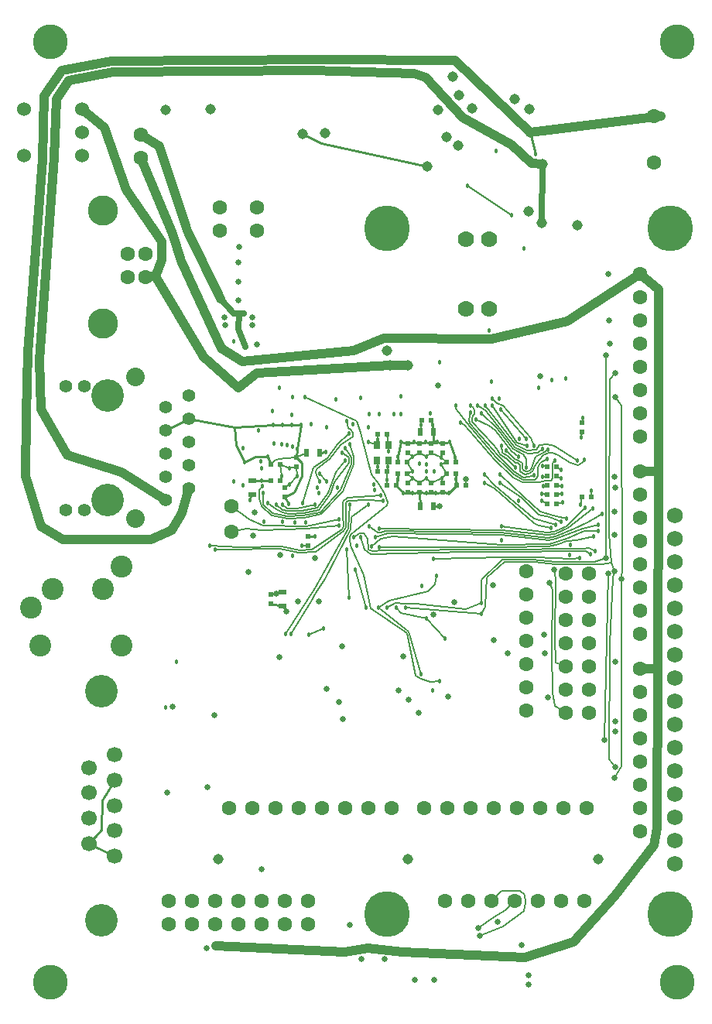
<source format=gbl>
G04 (created by PCBNEW-RS274X (2010-03-14)-final) date Wed 26 Oct 2011 11:50:53 AM EDT*
G01*
G70*
G90*
%MOIN*%
G04 Gerber Fmt 3.4, Leading zero omitted, Abs format*
%FSLAX34Y34*%
G04 APERTURE LIST*
%ADD10C,0.001000*%
%ADD11R,0.023600X0.019700*%
%ADD12R,0.019700X0.023600*%
%ADD13R,0.035400X0.023600*%
%ADD14R,0.023600X0.035400*%
%ADD15C,0.150000*%
%ADD16C,0.063000*%
%ADD17R,0.031500X0.035400*%
%ADD18C,0.129900*%
%ADD19C,0.060000*%
%ADD20C,0.094500*%
%ADD21C,0.140000*%
%ADD22C,0.066900*%
%ADD23C,0.068900*%
%ADD24C,0.196900*%
%ADD25C,0.080000*%
%ADD26C,0.055000*%
%ADD27C,0.070000*%
%ADD28C,0.018000*%
%ADD29C,0.025000*%
%ADD30C,0.045000*%
%ADD31C,0.005000*%
%ADD32C,0.010000*%
%ADD33C,0.008000*%
%ADD34C,0.040000*%
%ADD35C,0.025000*%
G04 APERTURE END LIST*
G54D10*
G54D11*
X00500Y-15303D03*
X00500Y-15697D03*
X02100Y-13197D03*
X02100Y-12803D03*
X06900Y-09197D03*
X06900Y-08803D03*
G54D12*
X06347Y-09600D03*
X05953Y-09600D03*
X07003Y-07800D03*
X07397Y-07800D03*
G54D11*
X01600Y-09797D03*
X01600Y-09403D03*
X01100Y-10703D03*
X01100Y-11097D03*
G54D12*
X00897Y-09700D03*
X00503Y-09700D03*
X12797Y-09800D03*
X12403Y-09800D03*
X12403Y-11000D03*
X12797Y-11000D03*
X13903Y-11100D03*
X14297Y-11100D03*
X12797Y-11400D03*
X12403Y-11400D03*
G54D11*
X13900Y-08297D03*
X13900Y-07903D03*
G54D12*
X12797Y-10600D03*
X12403Y-10600D03*
X05497Y-10000D03*
X05103Y-10000D03*
X05497Y-08400D03*
X05103Y-08400D03*
X00897Y-10400D03*
X00503Y-10400D03*
G54D11*
X07400Y-09197D03*
X07400Y-08803D03*
X07900Y-09197D03*
X07900Y-08803D03*
X06400Y-09197D03*
X06400Y-08803D03*
X07900Y-10503D03*
X07900Y-10897D03*
G54D12*
X08897Y-10600D03*
X08503Y-10600D03*
X05503Y-10600D03*
X05897Y-10600D03*
G54D11*
X07400Y-10503D03*
X07400Y-10897D03*
X06900Y-10503D03*
X06900Y-10897D03*
X06400Y-10503D03*
X06400Y-10897D03*
G54D12*
X08053Y-10100D03*
X08447Y-10100D03*
X06347Y-10100D03*
X05953Y-10100D03*
X12403Y-10200D03*
X12797Y-10200D03*
X08053Y-09600D03*
X08447Y-09600D03*
G54D13*
X01000Y-15795D03*
X01000Y-15205D03*
G54D14*
X07495Y-08300D03*
X06905Y-08300D03*
X02005Y-09200D03*
X02595Y-09200D03*
G54D13*
X-00300Y-10405D03*
X-00300Y-10995D03*
G54D14*
X06905Y-11500D03*
X07495Y-11500D03*
G54D15*
X18000Y-32000D03*
X-09000Y08500D03*
X18000Y08500D03*
X-09000Y-32000D03*
G54D16*
X-05100Y03500D03*
X-05100Y04500D03*
X-01699Y01364D03*
X-01699Y00364D03*
X-00099Y01364D03*
X-00099Y00364D03*
X11500Y-14300D03*
X11500Y-15300D03*
X11500Y-16300D03*
X11500Y-17300D03*
X11500Y-18300D03*
X11500Y-19300D03*
X11500Y-20300D03*
X14200Y-20400D03*
X13200Y-20400D03*
X14200Y-19400D03*
X13200Y-19400D03*
X14200Y-18400D03*
X13200Y-18400D03*
X14200Y-17400D03*
X13200Y-17400D03*
X14200Y-16400D03*
X13200Y-16400D03*
X14200Y-15400D03*
X13200Y-15400D03*
X14200Y-14400D03*
X13200Y-14400D03*
X16400Y-01500D03*
X16400Y-02500D03*
X16400Y-04500D03*
X16400Y-05500D03*
X16400Y-06500D03*
X16400Y-07500D03*
X16400Y-08500D03*
X16400Y-03500D03*
X16400Y-10000D03*
X16400Y-11000D03*
X16400Y-13000D03*
X16400Y-14000D03*
X16400Y-15000D03*
X16400Y-16000D03*
X16400Y-17000D03*
X16400Y-12000D03*
X16400Y-18500D03*
X16400Y-19500D03*
X16400Y-21500D03*
X16400Y-22500D03*
X16400Y-23500D03*
X16400Y-24500D03*
X16400Y-25500D03*
X16400Y-20500D03*
G54D17*
X05054Y-09525D03*
X05054Y-08875D03*
X05546Y-08875D03*
X05546Y-09525D03*
G54D18*
X-06760Y01241D03*
X-06760Y-03641D03*
G54D16*
X-05693Y-00637D03*
X-04906Y-00637D03*
X-04906Y-01621D03*
X-05693Y-01621D03*
G54D19*
X-07650Y03600D03*
X-07650Y04600D03*
X-07650Y05600D03*
X-10150Y05600D03*
X-10150Y03600D03*
G54D20*
X-09849Y-15859D03*
X-08904Y-15072D03*
X-06739Y-15072D03*
X-05951Y-14107D03*
X-05951Y-17493D03*
X-09455Y-17493D03*
G54D16*
X03690Y-24510D03*
X04690Y-24510D03*
X05690Y-24510D03*
X02690Y-24510D03*
X01690Y-24510D03*
X00690Y-24510D03*
X-00310Y-24510D03*
X-01310Y-24510D03*
X14083Y-24496D03*
X13083Y-24496D03*
X12083Y-24496D03*
X11083Y-24496D03*
X10083Y-24496D03*
X09083Y-24496D03*
X08083Y-24496D03*
X07083Y-24496D03*
G54D21*
X-06800Y-19480D03*
G54D22*
X-06241Y-22206D03*
X-06241Y-23297D03*
X-06241Y-24387D03*
X-06241Y-25478D03*
X-06241Y-26569D03*
X-07359Y-22752D03*
X-07359Y-23842D03*
X-07359Y-24933D03*
X-07359Y-26023D03*
G54D21*
X-06800Y-29319D03*
G54D23*
X17900Y-26898D03*
X17900Y-25898D03*
X17900Y-24898D03*
X17900Y-23898D03*
X17900Y-22898D03*
X17900Y-21898D03*
X17900Y-20898D03*
X17900Y-19898D03*
X17900Y-18898D03*
X17900Y-17898D03*
X17900Y-16898D03*
X17900Y-15898D03*
X17900Y-14898D03*
X17900Y-13898D03*
X17900Y-12898D03*
X17900Y-11898D03*
G54D24*
X17703Y-29063D03*
X05498Y-29063D03*
X05498Y00464D03*
X17703Y00464D03*
G54D16*
X02100Y-28500D03*
X02100Y-29500D03*
X01100Y-28500D03*
X01100Y-29500D03*
X00100Y-28500D03*
X00100Y-29500D03*
X-00900Y-28500D03*
X-00900Y-29500D03*
X-01900Y-28500D03*
X-01900Y-29500D03*
X-02900Y-28500D03*
X-02900Y-29500D03*
X-03900Y-28500D03*
X-03900Y-29500D03*
X08000Y-28500D03*
X09000Y-28500D03*
X10000Y-28500D03*
X11000Y-28500D03*
X12000Y-28500D03*
X13000Y-28500D03*
X14000Y-28500D03*
G54D21*
X-06550Y-06750D03*
X-06550Y-11250D03*
G54D25*
X-05350Y-05950D03*
X-05350Y-12050D03*
G54D26*
X-07550Y-06330D03*
X-08350Y-06330D03*
X-07550Y-11670D03*
X-08350Y-11670D03*
X-03050Y-06750D03*
X-04050Y-07250D03*
X-03050Y-07750D03*
X-04050Y-08250D03*
X-03050Y-08750D03*
X-04050Y-09250D03*
X-03050Y-09750D03*
X-04050Y-10250D03*
X-03050Y-10750D03*
X-04050Y-11250D03*
G54D27*
X08900Y-03000D03*
X09900Y-03000D03*
X09900Y00000D03*
X08900Y00000D03*
G54D16*
X17000Y05300D03*
X17000Y03300D03*
X-01200Y-11500D03*
X-01200Y-12600D03*
G54D28*
X03859Y-08377D03*
X01854Y-11374D03*
X14014Y-11576D03*
X10421Y-12362D03*
X04107Y-14237D03*
X04573Y-15863D03*
X00101Y-10385D03*
X01251Y-11401D03*
X00367Y-09353D03*
X01615Y-09038D03*
X-00662Y-09598D03*
X00601Y-07989D03*
X00998Y-07986D03*
X01395Y-07986D03*
X01799Y-07986D03*
X04969Y-10816D03*
X02539Y-10943D03*
G54D29*
X15297Y-23200D03*
X15603Y-14641D03*
X15320Y-06792D03*
G54D28*
X13784Y-13740D03*
X07999Y-17215D03*
X05901Y-15859D03*
X07503Y-13755D03*
X07177Y-16324D03*
G54D29*
X15309Y-05761D03*
X15301Y-14316D03*
X15305Y-22738D03*
G54D28*
X09563Y-16121D03*
X06302Y-15863D03*
X04731Y-12368D03*
X14739Y-11844D03*
X05160Y-12475D03*
X14368Y-11601D03*
X03857Y-15435D03*
X03740Y-13351D03*
X04997Y-12836D03*
X14574Y-12301D03*
X02754Y-16764D03*
X02132Y-17025D03*
X04067Y-12823D03*
X14459Y-13424D03*
X05169Y-13251D03*
X14383Y-12787D03*
X04833Y-13240D03*
X14589Y-12561D03*
X04367Y-12837D03*
X14244Y-13571D03*
X04693Y-11418D03*
X01353Y-17011D03*
X03883Y-11425D03*
X01119Y-16989D03*
X02476Y-10696D03*
X04910Y-10552D03*
X03757Y-07821D03*
X02595Y-10439D03*
X05231Y-11040D03*
X-02163Y-13200D03*
X00112Y-10638D03*
X03902Y-08837D03*
X00998Y-11428D03*
X02372Y-11420D03*
X03676Y-09546D03*
X00734Y-11447D03*
X03549Y-09199D03*
X00348Y-11383D03*
X00150Y-10936D03*
X03690Y-08994D03*
X12187Y-09020D03*
X09390Y-07153D03*
X09544Y-15652D03*
G54D29*
X14922Y-05004D03*
X14912Y-13729D03*
X15010Y-14409D03*
X14840Y-21580D03*
G54D28*
X05501Y-15868D03*
X11158Y-09369D03*
X09309Y-07757D03*
X05104Y-15854D03*
X07615Y-14498D03*
X06956Y-18737D03*
X09084Y-07468D03*
X11813Y-10162D03*
X11035Y-09829D03*
X09090Y-07165D03*
G54D29*
X12674Y-14225D03*
G54D28*
X05330Y-11278D03*
X-01927Y-13379D03*
X02587Y-10085D03*
X02878Y-10435D03*
G54D29*
X12472Y-14791D03*
G54D28*
X11882Y03663D03*
G54D30*
X11648Y04597D03*
X12139Y00713D03*
X12198Y03226D03*
G54D29*
X-00907Y-06384D03*
G54D30*
X06396Y-05431D03*
X05614Y-05422D03*
G54D28*
X-00698Y-08993D03*
G54D29*
X-00309Y-03381D03*
X-00307Y-03688D03*
X-01492Y-03688D03*
X-01500Y-03378D03*
X-00899Y-02621D03*
X-00903Y-01844D03*
X-00899Y-01015D03*
X-00888Y-00336D03*
G54D28*
X-01097Y-04396D03*
G54D29*
X10098Y-17261D03*
X10691Y-17834D03*
G54D28*
X12597Y-06065D03*
X13198Y-06013D03*
X12035Y-06392D03*
G54D30*
X05501Y-04794D03*
G54D29*
X-02264Y-30549D03*
X05399Y-31016D03*
X04392Y-31013D03*
X06687Y-31888D03*
X11298Y-30397D03*
X10266Y-29399D03*
G54D30*
X-02102Y05592D03*
X-04044Y05582D03*
G54D28*
X07753Y-05296D03*
X09896Y-03927D03*
X09986Y-06120D03*
G54D30*
X06375Y-26692D03*
X14599Y-26688D03*
X-01795Y-26712D03*
G54D29*
X11583Y-31700D03*
X03891Y-29550D03*
G54D28*
X01299Y-09872D03*
X01622Y-10194D03*
X00946Y-10209D03*
X01295Y-10554D03*
X02841Y-09170D03*
X02877Y-08093D03*
X03303Y-06907D03*
X00868Y-06397D03*
G54D29*
X00721Y-15281D03*
X-00491Y-14328D03*
X00897Y-13604D03*
G54D28*
X01830Y-13195D03*
G54D29*
X07489Y-16159D03*
X02550Y-15603D03*
X02389Y-13744D03*
G54D28*
X01504Y-12197D03*
X04362Y-06820D03*
X06097Y-07539D03*
X07355Y-07494D03*
X06967Y-08015D03*
X05091Y-08619D03*
X05519Y-09788D03*
X05498Y-10364D03*
X07196Y-10307D03*
X06576Y-09995D03*
X06570Y-09357D03*
X07196Y-09372D03*
X07827Y-09385D03*
X06570Y-10307D03*
X07837Y-10314D03*
X07821Y-09688D03*
X06877Y-09679D03*
X07199Y-09998D03*
X07199Y-09998D03*
X07514Y-09995D03*
X07199Y-09685D03*
G54D29*
X07693Y-06297D03*
X12269Y-17039D03*
X00843Y-18003D03*
X03555Y-17528D03*
X06178Y-17956D03*
X03597Y-20667D03*
X06841Y-20401D03*
X05992Y-19419D03*
X-01960Y-20492D03*
X-03739Y-20142D03*
X-02240Y-23601D03*
X02888Y-19373D03*
G54D28*
X04189Y-13215D03*
X04687Y-08734D03*
X10404Y-12968D03*
X10336Y-06858D03*
X01397Y-07583D03*
X13821Y-11445D03*
X13054Y-11337D03*
X12159Y-10973D03*
X13008Y-10625D03*
X12173Y-10231D03*
X12971Y-09944D03*
X13862Y-08527D03*
X13359Y-13590D03*
G54D29*
X15030Y-01497D03*
X15305Y-10695D03*
X15296Y-12718D03*
X15305Y-18186D03*
X15324Y-21195D03*
X-00291Y-12766D03*
G54D28*
X00201Y-12175D03*
X-03586Y-18200D03*
X00556Y-07402D03*
X-00049Y-08250D03*
G54D29*
X15301Y-10249D03*
X08897Y-10345D03*
G54D28*
X-00397Y-11222D03*
X-00716Y-10603D03*
G54D29*
X15079Y-04499D03*
X08113Y-19699D03*
X-03995Y-23838D03*
G54D28*
X04031Y-07951D03*
G54D29*
X07765Y-11498D03*
X-00100Y-04527D03*
G54D30*
X08540Y04021D03*
X10989Y06038D03*
X11615Y05592D03*
X08040Y04408D03*
X13699Y00604D03*
G54D28*
X11401Y-00390D03*
X10199Y03801D03*
G54D30*
X02819Y04567D03*
X11600Y01198D03*
G54D28*
X03407Y-12322D03*
X11498Y-09843D03*
X09568Y-07504D03*
X09698Y-10490D03*
X12563Y-12421D03*
X10366Y-10485D03*
X12973Y-12183D03*
X05071Y-09790D03*
X09672Y-10147D03*
X12768Y-12296D03*
X10369Y-10148D03*
X13215Y-12038D03*
X05549Y-09121D03*
X01968Y-06794D03*
X07739Y-19041D03*
X-00903Y-03882D03*
X-01113Y-03187D03*
X-00693Y-03187D03*
X-00609Y-04641D03*
X09711Y-07153D03*
X13702Y-09532D03*
X10428Y-08906D03*
X13997Y-09507D03*
X11821Y-08904D03*
X10031Y-06855D03*
X11509Y-08911D03*
X10033Y-07166D03*
X11503Y-08594D03*
X10395Y-07320D03*
X12727Y-09535D03*
X08643Y-07911D03*
X12420Y-09053D03*
X10616Y-09103D03*
X12376Y-09466D03*
X08454Y-07156D03*
X01186Y-08868D03*
X03407Y-12059D03*
X00062Y-09551D03*
X00611Y-08805D03*
G54D29*
X09481Y-30011D03*
G54D28*
X00958Y-08836D03*
X01408Y-08937D03*
G54D29*
X09431Y-29658D03*
G54D28*
X00090Y-09880D03*
X10847Y01023D03*
X08968Y02296D03*
G54D30*
X07228Y03127D03*
X01853Y04547D03*
X08317Y06990D03*
X09164Y05618D03*
X08596Y06202D03*
X07703Y05556D03*
G54D28*
X06650Y-08717D03*
X07153Y-08719D03*
X07656Y-08723D03*
X08184Y-08724D03*
X06099Y-08720D03*
X08436Y-09385D03*
X05949Y-09371D03*
X07438Y-08009D03*
X-01101Y-10431D03*
X11194Y-08609D03*
X12159Y-11257D03*
X12205Y-10622D03*
X12192Y-09779D03*
X13035Y-10961D03*
X13003Y-10292D03*
X11166Y-11258D03*
X06195Y-10942D03*
X06601Y-10939D03*
X07192Y-10928D03*
X07596Y-10945D03*
X08150Y-10928D03*
X05948Y-10320D03*
X08450Y-10323D03*
X03361Y-10690D03*
X02003Y-12197D03*
X02378Y-12809D03*
G54D29*
X01168Y-16036D03*
X01652Y-15599D03*
G54D28*
X07003Y-14950D03*
G54D29*
X10064Y-14904D03*
X08390Y-15646D03*
X12292Y-17833D03*
X12409Y-19741D03*
G54D28*
X13371Y-13152D03*
X02208Y-07983D03*
X01429Y-06793D03*
G54D29*
X03413Y-19926D03*
X06404Y-19820D03*
G54D28*
X13904Y-07692D03*
X14299Y-10842D03*
X01003Y-12179D03*
X01412Y-13634D03*
X07461Y-19450D03*
X-04051Y-20158D03*
G54D29*
X15053Y-03499D03*
X15300Y-11719D03*
X15306Y-20776D03*
G54D28*
X04688Y-08114D03*
X04727Y-07545D03*
X05154Y-07546D03*
X05774Y-07546D03*
X06098Y-06771D03*
G54D29*
X-00202Y-11752D03*
X00099Y-27145D03*
X07519Y-31907D03*
X11580Y-32104D03*
X12087Y-05914D03*
X-01877Y-30432D03*
X06137Y-30694D03*
X03657Y-30703D03*
G54D31*
X01854Y-11374D02*
X02308Y-09841D01*
X02308Y-09841D02*
X02917Y-09422D01*
X02917Y-09422D02*
X03357Y-08829D01*
X03859Y-08377D02*
X03357Y-08829D01*
X14014Y-11576D02*
X13213Y-12369D01*
X13213Y-12369D02*
X12690Y-12592D01*
X12690Y-12592D02*
X12374Y-12634D01*
X12374Y-12634D02*
X10656Y-12402D01*
X10421Y-12362D02*
X10656Y-12402D01*
X04573Y-15863D02*
X04107Y-14237D01*
G54D32*
X00503Y-10400D02*
X00101Y-10385D01*
X-00300Y-10405D02*
X00101Y-10385D01*
X00367Y-09353D02*
X00503Y-09700D01*
X01600Y-09403D02*
X01615Y-09038D01*
X01100Y-11097D02*
X01251Y-11401D01*
G54D33*
X01600Y-09403D02*
X02005Y-09200D01*
X00503Y-09700D02*
X00564Y-09700D01*
X00503Y-09700D02*
X00678Y-09507D01*
X00678Y-09507D02*
X01093Y-09434D01*
X01093Y-09434D02*
X01600Y-09403D01*
G54D32*
X01615Y-09038D02*
X01799Y-07986D01*
X01799Y-07986D02*
X01395Y-07986D01*
X01395Y-07986D02*
X00998Y-07986D01*
X00998Y-07986D02*
X00601Y-07989D01*
X00367Y-09353D02*
X-00181Y-09358D01*
X-00181Y-09358D02*
X-00662Y-09598D01*
X-00662Y-09598D02*
X-01016Y-08858D01*
X-01016Y-08858D02*
X-01074Y-08086D01*
X-01074Y-08086D02*
X-03050Y-07750D01*
X-04050Y-08250D02*
X-03050Y-07750D01*
X-01074Y-08086D02*
X00601Y-07989D01*
X01100Y-11097D02*
X01479Y-10885D01*
X01479Y-10885D02*
X01828Y-10211D01*
X01828Y-10211D02*
X01836Y-09628D01*
X01836Y-09628D02*
X01600Y-09403D01*
G54D33*
X15297Y-23200D02*
X15590Y-22696D01*
X15603Y-14641D02*
X15580Y-15087D01*
X15580Y-15087D02*
X15590Y-22696D01*
X15603Y-14641D02*
X15607Y-14168D01*
X15607Y-14168D02*
X15590Y-07157D01*
X15320Y-06792D02*
X15590Y-07157D01*
G54D31*
X07503Y-13755D02*
X10507Y-13685D01*
X10507Y-13685D02*
X11884Y-13686D01*
X11884Y-13686D02*
X13465Y-13763D01*
X13784Y-13740D02*
X13465Y-13763D01*
X07177Y-16324D02*
X07999Y-17215D01*
X07177Y-16324D02*
X06100Y-16103D01*
X05901Y-15859D02*
X06100Y-16103D01*
G54D33*
X15305Y-22738D02*
X15054Y-22414D01*
X15054Y-22414D02*
X15096Y-17429D01*
X15301Y-14316D02*
X15214Y-14554D01*
X15301Y-14316D02*
X15144Y-13944D01*
X15144Y-13944D02*
X15058Y-12707D01*
X15091Y-06021D02*
X15309Y-05761D01*
G54D31*
X09563Y-16121D02*
X09735Y-15839D01*
X09735Y-15839D02*
X09795Y-14551D01*
X09795Y-14551D02*
X10569Y-13893D01*
X10569Y-13893D02*
X11824Y-13911D01*
X12744Y-14001D02*
X14752Y-14013D01*
X14752Y-14013D02*
X15144Y-13944D01*
G54D33*
X15096Y-17429D02*
X15214Y-14554D01*
X15058Y-12707D02*
X15091Y-06021D01*
G54D31*
X06302Y-15863D02*
X09563Y-16121D01*
X11824Y-13911D02*
X12744Y-14001D01*
X04731Y-12368D02*
X05071Y-12640D01*
X05071Y-12640D02*
X05234Y-12649D01*
X05234Y-12649D02*
X05436Y-12579D01*
X05436Y-12579D02*
X10392Y-12632D01*
X12435Y-12855D02*
X10392Y-12632D01*
X12435Y-12855D02*
X12743Y-12805D01*
X14115Y-12189D02*
X14739Y-11844D01*
X12743Y-12805D02*
X13548Y-12479D01*
X13548Y-12479D02*
X14115Y-12189D01*
X05160Y-12475D02*
X10408Y-12532D01*
X10408Y-12532D02*
X12402Y-12749D01*
X12402Y-12749D02*
X12718Y-12707D01*
X13301Y-12445D02*
X14368Y-11601D01*
X12718Y-12707D02*
X13301Y-12445D01*
X03740Y-13351D02*
X03857Y-15435D01*
X04997Y-12836D02*
X05522Y-12682D01*
X05522Y-12682D02*
X10417Y-12736D01*
X10417Y-12736D02*
X12452Y-12959D01*
X12452Y-12959D02*
X12760Y-12914D01*
X13911Y-12465D02*
X14574Y-12301D01*
X12760Y-12914D02*
X13911Y-12465D01*
X02754Y-16764D02*
X02132Y-17025D01*
X04067Y-12823D02*
X04312Y-12663D01*
X04475Y-12660D02*
X04642Y-12891D01*
X04642Y-12891D02*
X04675Y-13359D01*
X04675Y-13359D02*
X04838Y-13441D01*
X04838Y-13441D02*
X05298Y-13409D01*
X05298Y-13409D02*
X10178Y-13364D01*
X10178Y-13364D02*
X10960Y-13365D01*
X10960Y-13365D02*
X13319Y-13319D01*
X13319Y-13319D02*
X13920Y-13326D01*
X13920Y-13326D02*
X14195Y-13294D01*
X14459Y-13424D02*
X14195Y-13294D01*
X04312Y-12663D02*
X04475Y-12660D01*
X05169Y-13251D02*
X10557Y-13264D01*
X10557Y-13264D02*
X12446Y-13234D01*
X12446Y-13234D02*
X12897Y-13122D01*
X13222Y-13001D02*
X12897Y-13122D01*
X13668Y-12953D02*
X14383Y-12787D01*
X13222Y-13001D02*
X13668Y-12953D01*
X04833Y-13240D02*
X05230Y-12906D01*
X05230Y-12906D02*
X05748Y-12786D01*
X05748Y-12786D02*
X10415Y-13162D01*
X12477Y-13119D02*
X10415Y-13162D01*
X14589Y-12561D02*
X13997Y-12561D01*
X13231Y-12892D02*
X12477Y-13119D01*
X13231Y-12892D02*
X13997Y-12561D01*
X04367Y-12837D02*
X04514Y-13369D01*
X04514Y-13369D02*
X04776Y-13554D01*
X04776Y-13554D02*
X08854Y-13477D01*
X08854Y-13477D02*
X10963Y-13466D01*
X10963Y-13466D02*
X13340Y-13424D01*
X13340Y-13424D02*
X14041Y-13432D01*
X14041Y-13432D02*
X14244Y-13571D01*
X04693Y-11418D02*
X03945Y-11966D01*
X03945Y-11966D02*
X03908Y-12499D01*
X03908Y-12499D02*
X02835Y-14650D01*
X02835Y-14650D02*
X02419Y-15227D01*
X02419Y-15227D02*
X02226Y-15586D01*
X01353Y-17011D02*
X02226Y-15586D01*
X03883Y-11425D02*
X03808Y-12466D01*
X03808Y-12466D02*
X02401Y-15047D01*
X01119Y-16989D02*
X02401Y-15047D01*
X02595Y-10439D02*
X02437Y-10172D01*
X02437Y-10172D02*
X02409Y-10043D01*
X02409Y-10043D02*
X02457Y-09902D01*
X02457Y-09902D02*
X03026Y-09478D01*
X03026Y-09478D02*
X03494Y-08869D01*
X04009Y-08492D02*
X03494Y-08869D01*
X04035Y-08329D02*
X04009Y-08492D01*
X04035Y-08329D02*
X03930Y-08188D01*
X03830Y-08150D02*
X03757Y-07821D01*
X03930Y-08188D02*
X03830Y-08150D01*
X05231Y-11040D02*
X03776Y-11138D01*
X03776Y-11138D02*
X03585Y-11287D01*
X03585Y-11287D02*
X03588Y-11868D01*
X03588Y-11868D02*
X03610Y-12380D01*
X03610Y-12380D02*
X03539Y-12500D01*
X03539Y-12500D02*
X02262Y-13374D01*
X02262Y-13374D02*
X01736Y-13386D01*
X01736Y-13386D02*
X00937Y-13219D01*
X00937Y-13219D02*
X-00831Y-13256D01*
X-00831Y-13256D02*
X-02163Y-13200D01*
X-00029Y-10811D02*
X00112Y-10638D01*
X-00029Y-10811D02*
X-00027Y-11155D01*
X-00027Y-11155D02*
X00073Y-11499D01*
X00073Y-11499D02*
X00528Y-11903D01*
X00528Y-11903D02*
X01212Y-12030D01*
X01212Y-12030D02*
X01925Y-12003D01*
X01925Y-12003D02*
X02667Y-11849D01*
X02667Y-11849D02*
X03582Y-10863D01*
X03582Y-10863D02*
X04041Y-09712D01*
X04041Y-09712D02*
X04057Y-09369D01*
X04057Y-09369D02*
X03902Y-08837D01*
X00998Y-11428D02*
X01171Y-11594D01*
X01171Y-11594D02*
X01614Y-11603D01*
X01614Y-11603D02*
X02372Y-11420D01*
X00734Y-11447D02*
X00993Y-11653D01*
X00993Y-11653D02*
X01210Y-11711D01*
X01210Y-11711D02*
X01836Y-11700D01*
X01836Y-11700D02*
X02496Y-11564D01*
X02496Y-11564D02*
X02942Y-10939D01*
X02942Y-10939D02*
X03297Y-10043D01*
X03297Y-10043D02*
X03676Y-09546D01*
X00348Y-11383D02*
X00711Y-11649D01*
X00711Y-11649D02*
X01003Y-11781D01*
X01003Y-11781D02*
X01255Y-11822D01*
X01255Y-11822D02*
X01878Y-11799D01*
X01878Y-11799D02*
X02569Y-11652D01*
X02569Y-11652D02*
X03052Y-10957D01*
X03052Y-10957D02*
X03236Y-10471D01*
X03236Y-10471D02*
X03841Y-09628D01*
X03841Y-09628D02*
X03842Y-09405D01*
X03842Y-09405D02*
X03549Y-09199D01*
X03690Y-08994D02*
X03930Y-09337D01*
X03930Y-09337D02*
X03953Y-09441D01*
X03953Y-09441D02*
X03938Y-09698D01*
X03938Y-09698D02*
X03492Y-10811D01*
X03492Y-10811D02*
X02611Y-11758D01*
X02611Y-11758D02*
X01865Y-11905D01*
X01865Y-11905D02*
X01199Y-11925D01*
X01199Y-11925D02*
X00561Y-11798D01*
X00561Y-11798D02*
X00160Y-11437D01*
X00160Y-11437D02*
X00150Y-10936D01*
X09616Y-07289D02*
X09769Y-07393D01*
X09769Y-07393D02*
X11002Y-08970D01*
X11002Y-08970D02*
X11559Y-09233D01*
X12187Y-09020D02*
X11992Y-09187D01*
X09616Y-07289D02*
X09390Y-07153D01*
X11992Y-09187D02*
X11559Y-09233D01*
X09537Y-14653D02*
X09544Y-15652D01*
X09537Y-14653D02*
X10441Y-13792D01*
X14912Y-13729D02*
X14420Y-13908D01*
X14912Y-13729D02*
X14922Y-05004D01*
X15010Y-14409D02*
X14840Y-21580D01*
X09544Y-15652D02*
X08873Y-15938D01*
X08873Y-15938D02*
X06719Y-15687D01*
X06719Y-15687D02*
X06254Y-15687D01*
X06254Y-15687D02*
X05843Y-15683D01*
X10441Y-13792D02*
X11738Y-13787D01*
X12751Y-13901D02*
X11738Y-13787D01*
X14420Y-13908D02*
X12751Y-13901D01*
X05501Y-15868D02*
X05843Y-15683D01*
X09309Y-07757D02*
X09887Y-08023D01*
X09887Y-08023D02*
X10138Y-08226D01*
X10849Y-09118D02*
X11158Y-09369D01*
X10138Y-08226D02*
X10849Y-09118D01*
X05104Y-15854D02*
X05595Y-15566D01*
X05595Y-15566D02*
X07237Y-15173D01*
X07237Y-15173D02*
X07542Y-14883D01*
X07542Y-14883D02*
X07615Y-14498D01*
X06956Y-18737D02*
X06424Y-16908D01*
X06424Y-16908D02*
X05104Y-15854D01*
X09084Y-07468D02*
X09032Y-07760D01*
X09032Y-07760D02*
X09069Y-07945D01*
X09069Y-07945D02*
X10285Y-09349D01*
X11365Y-10257D02*
X10958Y-09985D01*
X11365Y-10257D02*
X11601Y-10237D01*
X11601Y-10237D02*
X11813Y-10162D01*
X10285Y-09349D02*
X10958Y-09985D01*
X11035Y-09829D02*
X10667Y-09476D01*
X09158Y-07878D02*
X09139Y-07731D01*
X09139Y-07731D02*
X09199Y-07599D01*
X09199Y-07599D02*
X09255Y-07549D01*
X09255Y-07549D02*
X09265Y-07391D01*
X09265Y-07391D02*
X09215Y-07276D01*
X09215Y-07276D02*
X09090Y-07165D01*
X10062Y-08846D02*
X09158Y-07878D01*
X10206Y-09033D02*
X10062Y-08846D01*
X10667Y-09476D02*
X10357Y-09278D01*
X10357Y-09278D02*
X10206Y-09033D01*
G54D33*
X12674Y-14225D02*
X12745Y-14636D01*
X12745Y-14636D02*
X12719Y-17167D01*
X12719Y-17167D02*
X12759Y-18226D01*
X12759Y-18226D02*
X13200Y-18400D01*
G54D31*
X05330Y-11278D02*
X04586Y-11247D01*
X04586Y-11247D02*
X03829Y-11260D01*
X03829Y-11260D02*
X03706Y-11348D01*
X03706Y-11348D02*
X03712Y-12405D01*
X03712Y-12405D02*
X03617Y-12582D01*
X02420Y-13471D02*
X03617Y-12582D01*
X02420Y-13471D02*
X01684Y-13493D01*
X01684Y-13493D02*
X00885Y-13321D01*
X00885Y-13321D02*
X-01558Y-13372D01*
X-01558Y-13372D02*
X-01927Y-13379D01*
X02878Y-10435D02*
X02587Y-10085D01*
G54D33*
X12472Y-14791D02*
X12610Y-15104D01*
X12610Y-15104D02*
X12581Y-17729D01*
X12581Y-17729D02*
X12621Y-19538D01*
X12621Y-19538D02*
X12725Y-20106D01*
X12725Y-20106D02*
X13200Y-20400D01*
G54D34*
X-03050Y-10750D02*
X-03348Y-11803D01*
X-03348Y-11803D02*
X-03796Y-12548D01*
X-04677Y-12946D02*
X-03796Y-12548D01*
X-04677Y-12946D02*
X-08483Y-12934D01*
X-08483Y-12934D02*
X-09429Y-12366D01*
X-09429Y-12366D02*
X-10094Y-10196D01*
X-10094Y-10196D02*
X-10042Y-07583D01*
X-10042Y-07583D02*
X-09977Y-04866D01*
X-09977Y-04866D02*
X-09362Y03441D01*
X-09362Y03441D02*
X-09277Y06174D01*
X-09277Y06174D02*
X-08515Y07272D01*
X-08515Y07272D02*
X-06382Y07674D01*
X-06382Y07674D02*
X02507Y07748D01*
X02507Y07748D02*
X08433Y07703D01*
X11648Y04597D02*
X08433Y07703D01*
X11648Y04597D02*
X17300Y05300D01*
G54D32*
X11882Y03663D02*
X11648Y04597D01*
G54D34*
X-04050Y-11250D02*
X-05934Y-10021D01*
X-08294Y-09286D02*
X-05934Y-10021D01*
X-08294Y-09286D02*
X-09417Y-07350D01*
X-09417Y-07350D02*
X-09469Y-05189D01*
X-09469Y-05189D02*
X-08856Y03518D01*
X-08856Y03518D02*
X-08762Y06017D01*
X-08762Y06017D02*
X-08201Y06835D01*
X-08201Y06835D02*
X-06321Y07192D01*
X-06321Y07192D02*
X02301Y07268D01*
G54D35*
X12139Y00713D02*
X12198Y03226D01*
G54D34*
X02301Y07268D02*
X06649Y07126D01*
X12198Y03226D02*
X11723Y03280D01*
X11723Y03280D02*
X10864Y04080D01*
X10864Y04080D02*
X08738Y05232D01*
X08738Y05232D02*
X07141Y06964D01*
X07141Y06964D02*
X06649Y07126D01*
X-07650Y05600D02*
X-06679Y04813D01*
X-06679Y04813D02*
X-05761Y02121D01*
X-05761Y02121D02*
X-04226Y-00102D01*
X-04226Y-00102D02*
X-04226Y-00909D01*
X-04226Y-00909D02*
X-04470Y-01606D01*
X-04470Y-01606D02*
X-04906Y-01621D01*
X-04470Y-01606D02*
X-02401Y-05081D01*
X-02401Y-05081D02*
X-00907Y-06384D01*
X-00907Y-06384D02*
X-00105Y-05767D01*
X05614Y-05422D02*
X06396Y-05431D01*
X-00105Y-05767D02*
X05614Y-05422D01*
G54D33*
X00897Y-10400D02*
X00946Y-10209D01*
X00946Y-10209D02*
X00897Y-09700D01*
X01299Y-09872D02*
X00897Y-09700D01*
X01299Y-09872D02*
X01600Y-09797D01*
X01622Y-10194D02*
X01600Y-09797D01*
X01295Y-10554D02*
X01622Y-10194D01*
X01100Y-10703D02*
X01295Y-10554D01*
G54D32*
X02595Y-09200D02*
X02841Y-09170D01*
G54D31*
X01000Y-15205D02*
X00721Y-15281D01*
X00500Y-15303D02*
X00721Y-15281D01*
X01830Y-13195D02*
X02100Y-13197D01*
G54D33*
X06905Y-08300D02*
X06967Y-08015D01*
X07003Y-07800D02*
X06967Y-08015D01*
X05054Y-08875D02*
X05091Y-08619D01*
X05103Y-08400D02*
X05091Y-08619D01*
X05546Y-09525D02*
X05519Y-09788D01*
X05497Y-10000D02*
X05519Y-09788D01*
X05503Y-10600D02*
X05498Y-10364D01*
X05498Y-10364D02*
X05497Y-10000D01*
X06900Y-10503D02*
X07196Y-10307D01*
X06347Y-10100D02*
X06576Y-09995D01*
X06400Y-09197D02*
X06570Y-09357D01*
X06900Y-09197D02*
X07196Y-09372D01*
X07400Y-09197D02*
X07196Y-09372D01*
X07900Y-09197D02*
X07827Y-09385D01*
X06570Y-09357D02*
X06347Y-09600D01*
X06347Y-09600D02*
X06576Y-09995D01*
X06400Y-10503D02*
X06570Y-10307D01*
X06347Y-10100D02*
X06570Y-10307D01*
X06900Y-10503D02*
X06570Y-10307D01*
X07400Y-10503D02*
X07196Y-10307D01*
X07900Y-10503D02*
X07837Y-10314D01*
X07400Y-10503D02*
X07837Y-10314D01*
X08053Y-10100D02*
X07837Y-10314D01*
X08053Y-10100D02*
X07821Y-09688D01*
X08053Y-09600D02*
X07821Y-09688D01*
X08053Y-09600D02*
X07827Y-09385D01*
X07400Y-09197D02*
X07827Y-09385D01*
X06570Y-09357D02*
X06900Y-09197D01*
X07900Y-09197D02*
X07827Y-09385D01*
X04687Y-08734D02*
X05054Y-08875D01*
G54D31*
X13903Y-11100D02*
X13821Y-11445D01*
X12797Y-11400D02*
X13054Y-11337D01*
X12403Y-11000D02*
X12159Y-10973D01*
X13008Y-10625D02*
X12797Y-10600D01*
X12403Y-10200D02*
X12173Y-10231D01*
X12971Y-09944D02*
X12797Y-09800D01*
X13900Y-08297D02*
X13862Y-08527D01*
X08897Y-10600D02*
X08897Y-10345D01*
G54D33*
X-00397Y-11222D02*
X-00300Y-10995D01*
G54D32*
X07495Y-11500D02*
X07765Y-11498D01*
G54D31*
X03407Y-12322D02*
X02020Y-12476D01*
X02020Y-12476D02*
X00101Y-12534D01*
X00101Y-12534D02*
X-00586Y-12482D01*
X-00586Y-12482D02*
X-01200Y-12600D01*
X09568Y-07504D02*
X10207Y-08143D01*
X10936Y-09050D02*
X11350Y-09273D01*
X11350Y-09273D02*
X11474Y-09462D01*
X11498Y-09843D02*
X11474Y-09462D01*
X10207Y-08143D02*
X10936Y-09050D01*
X12563Y-12421D02*
X12020Y-12339D01*
X11815Y-12223D02*
X10119Y-10740D01*
X10119Y-10740D02*
X09698Y-10490D01*
X12020Y-12339D02*
X11815Y-12223D01*
X12492Y-11957D02*
X12019Y-11862D01*
X12019Y-11862D02*
X11291Y-11134D01*
X11291Y-11134D02*
X10366Y-10485D01*
X12492Y-11957D02*
X12973Y-12183D01*
X05103Y-10000D02*
X05071Y-09790D01*
X05071Y-09790D02*
X05054Y-09525D01*
G54D33*
X05103Y-10000D02*
X05071Y-09790D01*
X05054Y-09525D02*
X05071Y-09790D01*
G54D31*
X12768Y-12296D02*
X11806Y-12019D01*
X10133Y-10599D02*
X09672Y-10147D01*
X11806Y-12019D02*
X10133Y-10599D01*
X10369Y-10148D02*
X11365Y-11064D01*
X11365Y-11064D02*
X12080Y-11730D01*
X12080Y-11730D02*
X12669Y-11888D01*
X13215Y-12038D02*
X12669Y-11888D01*
X05546Y-08875D02*
X05549Y-09121D01*
X05497Y-08400D02*
X05546Y-08875D01*
G54D33*
X05546Y-08875D02*
X05549Y-09121D01*
G54D32*
X-06241Y-23297D02*
X-06771Y-24164D01*
X-06771Y-24164D02*
X-06829Y-25430D01*
X-06829Y-25430D02*
X-07359Y-26023D01*
X-06241Y-26569D02*
X-07359Y-26023D01*
G54D31*
X01968Y-06794D02*
X04195Y-07845D01*
X04195Y-07845D02*
X04359Y-08338D01*
X04359Y-08338D02*
X04824Y-10144D01*
X04824Y-10144D02*
X05163Y-10551D01*
X05163Y-10551D02*
X05395Y-10962D01*
X05395Y-10962D02*
X05536Y-11345D01*
X05536Y-11345D02*
X05502Y-11480D01*
X05502Y-11480D02*
X03948Y-12696D01*
X03948Y-12696D02*
X03894Y-12786D01*
X03894Y-12786D02*
X03875Y-12933D01*
X03875Y-12933D02*
X03917Y-13204D01*
X03917Y-13204D02*
X04498Y-14454D01*
X04498Y-14454D02*
X04776Y-15890D01*
X04776Y-15890D02*
X06337Y-16979D01*
X06727Y-18797D02*
X06945Y-18929D01*
X06945Y-18929D02*
X07343Y-19073D01*
X07343Y-19073D02*
X07739Y-19041D01*
X06337Y-16979D02*
X06727Y-18797D01*
G54D34*
X-05100Y04500D02*
X-04309Y03994D01*
X-04309Y03994D02*
X-03100Y00381D01*
X-03100Y00381D02*
X-01683Y-02579D01*
G54D35*
X-00609Y-04641D02*
X-00903Y-03882D01*
X-00693Y-03187D02*
X-00893Y-03187D01*
X-01113Y-03187D02*
X-01683Y-02579D01*
X-00893Y-03187D02*
X-01113Y-03187D01*
X-00903Y-03882D02*
X-00893Y-03187D01*
G54D31*
X09711Y-07153D02*
X11053Y-08872D01*
X11053Y-08872D02*
X11520Y-09101D01*
X11520Y-09101D02*
X11909Y-09061D01*
X12695Y-08899D02*
X13702Y-09532D01*
X12058Y-08867D02*
X12373Y-08832D01*
X11909Y-09061D02*
X12058Y-08867D01*
X12373Y-08832D02*
X12695Y-08899D01*
X10428Y-08906D02*
X10447Y-09205D01*
X10673Y-09350D02*
X11021Y-09641D01*
X11108Y-09646D02*
X11021Y-09641D01*
X11210Y-09718D02*
X11108Y-09646D01*
X11214Y-10003D02*
X11210Y-09718D01*
X11214Y-10003D02*
X11418Y-10136D01*
X11601Y-10109D02*
X11418Y-10136D01*
X11601Y-10109D02*
X11749Y-10003D01*
X11749Y-10003D02*
X11868Y-09778D01*
X11868Y-09778D02*
X12038Y-09498D01*
X12038Y-09498D02*
X12227Y-09314D01*
X12469Y-09212D02*
X12615Y-09216D01*
X12615Y-09216D02*
X12837Y-09289D01*
X12837Y-09289D02*
X13373Y-09646D01*
X13373Y-09646D02*
X13708Y-09717D01*
X13708Y-09717D02*
X13877Y-09632D01*
X13997Y-09507D02*
X13877Y-09632D01*
X12227Y-09314D02*
X12469Y-09212D01*
X10447Y-09205D02*
X10673Y-09350D01*
X10031Y-06855D02*
X10231Y-07060D01*
X10231Y-07060D02*
X10501Y-07161D01*
X10501Y-07161D02*
X11703Y-08574D01*
X11703Y-08574D02*
X11821Y-08904D01*
X11509Y-08911D02*
X11096Y-08762D01*
X11096Y-08762D02*
X10033Y-07166D01*
X11503Y-08594D02*
X10395Y-07320D01*
X10916Y-10252D02*
X10135Y-09492D01*
X11325Y-10467D02*
X10916Y-10252D01*
X11325Y-10467D02*
X11824Y-10482D01*
X12054Y-10458D02*
X11824Y-10482D01*
X12054Y-10458D02*
X12309Y-10400D01*
X12547Y-10393D02*
X12309Y-10400D01*
X12547Y-10393D02*
X12616Y-10306D01*
X12616Y-10306D02*
X12607Y-09680D01*
X12607Y-09680D02*
X12649Y-09587D01*
X12727Y-09535D02*
X12649Y-09587D01*
X10135Y-09492D02*
X08815Y-07988D01*
X08815Y-07988D02*
X08643Y-07911D01*
X12420Y-09053D02*
X12214Y-09207D01*
X12214Y-09207D02*
X11895Y-09380D01*
X11895Y-09380D02*
X11673Y-09931D01*
X11673Y-09931D02*
X11604Y-09974D01*
X11604Y-09974D02*
X11548Y-10008D01*
X11548Y-10008D02*
X11481Y-10015D01*
X11481Y-10015D02*
X11379Y-09981D01*
X11379Y-09981D02*
X11349Y-09920D01*
X11349Y-09920D02*
X11323Y-09862D01*
X11323Y-09862D02*
X11313Y-09761D01*
X11313Y-09761D02*
X11307Y-09638D01*
X11307Y-09638D02*
X11183Y-09558D01*
X11183Y-09558D02*
X11163Y-09545D01*
X11163Y-09545D02*
X11066Y-09512D01*
X11066Y-09512D02*
X10972Y-09464D01*
X10972Y-09464D02*
X10616Y-09103D01*
X12376Y-09466D02*
X12079Y-09637D01*
X12079Y-09637D02*
X11981Y-09825D01*
X11981Y-09825D02*
X11980Y-10155D01*
X11980Y-10155D02*
X11968Y-10269D01*
X11968Y-10269D02*
X11854Y-10353D01*
X11854Y-10353D02*
X11579Y-10362D01*
X11579Y-10362D02*
X11350Y-10367D01*
X11350Y-10367D02*
X10967Y-10128D01*
X10967Y-10128D02*
X10639Y-09842D01*
X10639Y-09842D02*
X10200Y-09413D01*
X10200Y-09413D02*
X08908Y-07912D01*
X08908Y-07912D02*
X08450Y-07314D01*
X08450Y-07314D02*
X08454Y-07156D01*
X03407Y-12059D02*
X02023Y-12372D01*
X02023Y-12372D02*
X00149Y-12340D01*
X00149Y-12340D02*
X-00461Y-12071D01*
X-00461Y-12071D02*
X-01200Y-11500D01*
X10494Y-29614D02*
X11403Y-28936D01*
X11403Y-28936D02*
X11447Y-28582D01*
X11447Y-28582D02*
X11431Y-28249D01*
X11210Y-28070D02*
X11431Y-28249D01*
X11210Y-28070D02*
X10425Y-28082D01*
X10425Y-28082D02*
X10000Y-28500D01*
X09481Y-30011D02*
X10494Y-29614D01*
X09431Y-29658D02*
X10071Y-29191D01*
X10071Y-29191D02*
X10584Y-28900D01*
X10584Y-28900D02*
X11000Y-28500D01*
G54D33*
X10847Y01023D02*
X08968Y02296D01*
G54D32*
X07228Y03127D02*
X02644Y04119D01*
X01853Y04547D02*
X02644Y04119D01*
X08447Y-09600D02*
X08436Y-09385D01*
X05953Y-09600D02*
X05949Y-09371D01*
X06099Y-08720D02*
X06400Y-08803D01*
X06400Y-08803D02*
X06650Y-08717D01*
X06650Y-08717D02*
X06900Y-08803D01*
X06900Y-08803D02*
X07153Y-08719D01*
X07153Y-08719D02*
X07400Y-08803D01*
X07400Y-08803D02*
X07656Y-08723D01*
X07656Y-08723D02*
X07900Y-08803D01*
X07900Y-08803D02*
X08184Y-08724D01*
X05949Y-09371D02*
X06099Y-08720D01*
X08184Y-08724D02*
X08436Y-09385D01*
X07495Y-08300D02*
X07496Y-08702D01*
X07496Y-08702D02*
X07656Y-08723D01*
X07397Y-07800D02*
X07438Y-08009D01*
X07438Y-08009D02*
X07495Y-08300D01*
G54D31*
X12159Y-11257D02*
X12403Y-11400D01*
X13035Y-10961D02*
X12797Y-11000D01*
X12205Y-10622D02*
X12403Y-10600D01*
X13003Y-10292D02*
X12797Y-10200D01*
X12192Y-09779D02*
X12403Y-09800D01*
G54D32*
X05948Y-10320D02*
X05953Y-10100D01*
X05948Y-10320D02*
X05897Y-10600D01*
X06195Y-10942D02*
X06400Y-10897D01*
X06400Y-10897D02*
X06601Y-10939D01*
X06601Y-10939D02*
X06900Y-10897D01*
X06900Y-10897D02*
X07192Y-10928D01*
X07192Y-10928D02*
X07400Y-10897D01*
X07400Y-10897D02*
X07596Y-10945D01*
X07596Y-10945D02*
X07900Y-10897D01*
X07900Y-10897D02*
X08150Y-10928D01*
X05897Y-10600D02*
X06195Y-10942D01*
X08150Y-10928D02*
X08503Y-10600D01*
X08450Y-10323D02*
X08503Y-10600D01*
X08450Y-10323D02*
X08447Y-10100D01*
X06905Y-11500D02*
X06900Y-10897D01*
X02100Y-12803D02*
X02378Y-12809D01*
X01168Y-16036D02*
X01000Y-15795D01*
X00500Y-15697D02*
X01000Y-15795D01*
G54D31*
X13900Y-07903D02*
X13904Y-07692D01*
X14297Y-11100D02*
X14299Y-10842D01*
G54D34*
X-03752Y00244D02*
X-03384Y-00937D01*
X-03384Y-00937D02*
X-01631Y-04688D01*
X-01631Y-04688D02*
X-00746Y-05270D01*
X-00746Y-05270D02*
X04044Y-04785D01*
X04044Y-04785D02*
X05344Y-04283D01*
X05344Y-04283D02*
X09984Y-04311D01*
X09984Y-04311D02*
X13253Y-03548D01*
X13253Y-03548D02*
X16400Y-01500D01*
X-05100Y03500D02*
X-03752Y00244D01*
X16400Y-01500D02*
X17195Y-02168D01*
X17195Y-02168D02*
X17173Y-10011D01*
X17139Y-18504D02*
X16400Y-18500D01*
X17139Y-18504D02*
X17117Y-25383D01*
X17173Y-10011D02*
X17139Y-18504D01*
X16400Y-10000D02*
X17173Y-10011D01*
X17117Y-25383D02*
X16980Y-26108D01*
X16980Y-26108D02*
X15290Y-28293D01*
X15290Y-28293D02*
X13535Y-30263D01*
X13535Y-30263D02*
X11405Y-30918D01*
X11405Y-30918D02*
X06137Y-30694D01*
X06137Y-30694D02*
X04661Y-30540D01*
X04661Y-30540D02*
X03657Y-30703D01*
X03657Y-30703D02*
X-01877Y-30432D01*
M02*

</source>
